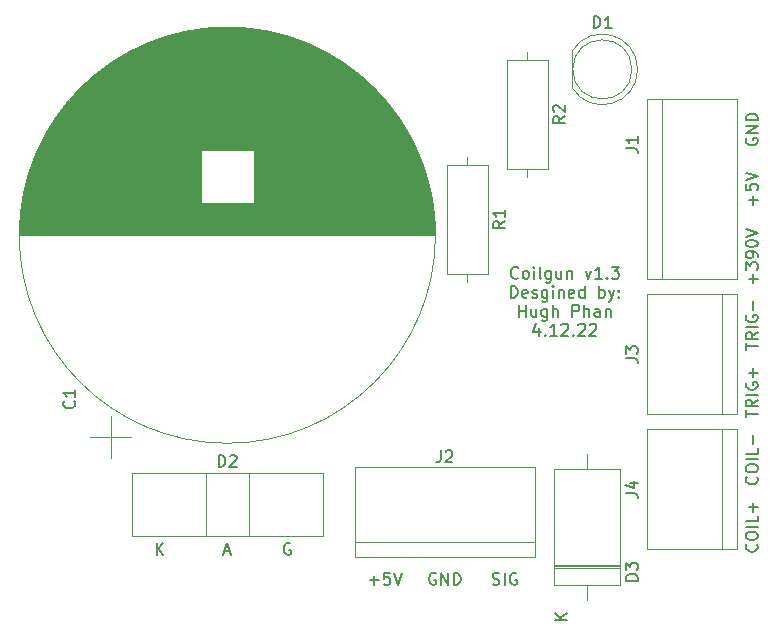
<source format=gto>
%TF.GenerationSoftware,KiCad,Pcbnew,(6.0.9)*%
%TF.CreationDate,2022-12-04T21:38:45+11:00*%
%TF.ProjectId,Coilgun 1.3,436f696c-6775-46e2-9031-2e332e6b6963,1.3*%
%TF.SameCoordinates,Original*%
%TF.FileFunction,Legend,Top*%
%TF.FilePolarity,Positive*%
%FSLAX46Y46*%
G04 Gerber Fmt 4.6, Leading zero omitted, Abs format (unit mm)*
G04 Created by KiCad (PCBNEW (6.0.9)) date 2022-12-04 21:38:45*
%MOMM*%
%LPD*%
G01*
G04 APERTURE LIST*
%ADD10C,0.150000*%
%ADD11C,0.120000*%
G04 APERTURE END LIST*
D10*
X194445000Y-73151904D02*
X194397380Y-73247142D01*
X194397380Y-73390000D01*
X194445000Y-73532857D01*
X194540238Y-73628095D01*
X194635476Y-73675714D01*
X194825952Y-73723333D01*
X194968809Y-73723333D01*
X195159285Y-73675714D01*
X195254523Y-73628095D01*
X195349761Y-73532857D01*
X195397380Y-73390000D01*
X195397380Y-73294761D01*
X195349761Y-73151904D01*
X195302142Y-73104285D01*
X194968809Y-73104285D01*
X194968809Y-73294761D01*
X195397380Y-72675714D02*
X194397380Y-72675714D01*
X195397380Y-72104285D01*
X194397380Y-72104285D01*
X195397380Y-71628095D02*
X194397380Y-71628095D01*
X194397380Y-71390000D01*
X194445000Y-71247142D01*
X194540238Y-71151904D01*
X194635476Y-71104285D01*
X194825952Y-71056666D01*
X194968809Y-71056666D01*
X195159285Y-71104285D01*
X195254523Y-71151904D01*
X195349761Y-71247142D01*
X195397380Y-71390000D01*
X195397380Y-71628095D01*
X195016428Y-78755714D02*
X195016428Y-77993809D01*
X195397380Y-78374761D02*
X194635476Y-78374761D01*
X194397380Y-77041428D02*
X194397380Y-77517619D01*
X194873571Y-77565238D01*
X194825952Y-77517619D01*
X194778333Y-77422380D01*
X194778333Y-77184285D01*
X194825952Y-77089047D01*
X194873571Y-77041428D01*
X194968809Y-76993809D01*
X195206904Y-76993809D01*
X195302142Y-77041428D01*
X195349761Y-77089047D01*
X195397380Y-77184285D01*
X195397380Y-77422380D01*
X195349761Y-77517619D01*
X195302142Y-77565238D01*
X194397380Y-76708095D02*
X195397380Y-76374761D01*
X194397380Y-76041428D01*
X195016428Y-85423095D02*
X195016428Y-84661190D01*
X195397380Y-85042142D02*
X194635476Y-85042142D01*
X194397380Y-84280238D02*
X194397380Y-83661190D01*
X194778333Y-83994523D01*
X194778333Y-83851666D01*
X194825952Y-83756428D01*
X194873571Y-83708809D01*
X194968809Y-83661190D01*
X195206904Y-83661190D01*
X195302142Y-83708809D01*
X195349761Y-83756428D01*
X195397380Y-83851666D01*
X195397380Y-84137380D01*
X195349761Y-84232619D01*
X195302142Y-84280238D01*
X195397380Y-83185000D02*
X195397380Y-82994523D01*
X195349761Y-82899285D01*
X195302142Y-82851666D01*
X195159285Y-82756428D01*
X194968809Y-82708809D01*
X194587857Y-82708809D01*
X194492619Y-82756428D01*
X194445000Y-82804047D01*
X194397380Y-82899285D01*
X194397380Y-83089761D01*
X194445000Y-83185000D01*
X194492619Y-83232619D01*
X194587857Y-83280238D01*
X194825952Y-83280238D01*
X194921190Y-83232619D01*
X194968809Y-83185000D01*
X195016428Y-83089761D01*
X195016428Y-82899285D01*
X194968809Y-82804047D01*
X194921190Y-82756428D01*
X194825952Y-82708809D01*
X194397380Y-82089761D02*
X194397380Y-81994523D01*
X194445000Y-81899285D01*
X194492619Y-81851666D01*
X194587857Y-81804047D01*
X194778333Y-81756428D01*
X195016428Y-81756428D01*
X195206904Y-81804047D01*
X195302142Y-81851666D01*
X195349761Y-81899285D01*
X195397380Y-81994523D01*
X195397380Y-82089761D01*
X195349761Y-82185000D01*
X195302142Y-82232619D01*
X195206904Y-82280238D01*
X195016428Y-82327857D01*
X194778333Y-82327857D01*
X194587857Y-82280238D01*
X194492619Y-82232619D01*
X194445000Y-82185000D01*
X194397380Y-82089761D01*
X194397380Y-81470714D02*
X195397380Y-81137380D01*
X194397380Y-80804047D01*
X194397380Y-91042857D02*
X194397380Y-90471428D01*
X195397380Y-90757142D02*
X194397380Y-90757142D01*
X195397380Y-89566666D02*
X194921190Y-89900000D01*
X195397380Y-90138095D02*
X194397380Y-90138095D01*
X194397380Y-89757142D01*
X194445000Y-89661904D01*
X194492619Y-89614285D01*
X194587857Y-89566666D01*
X194730714Y-89566666D01*
X194825952Y-89614285D01*
X194873571Y-89661904D01*
X194921190Y-89757142D01*
X194921190Y-90138095D01*
X195397380Y-89138095D02*
X194397380Y-89138095D01*
X194445000Y-88138095D02*
X194397380Y-88233333D01*
X194397380Y-88376190D01*
X194445000Y-88519047D01*
X194540238Y-88614285D01*
X194635476Y-88661904D01*
X194825952Y-88709523D01*
X194968809Y-88709523D01*
X195159285Y-88661904D01*
X195254523Y-88614285D01*
X195349761Y-88519047D01*
X195397380Y-88376190D01*
X195397380Y-88280952D01*
X195349761Y-88138095D01*
X195302142Y-88090476D01*
X194968809Y-88090476D01*
X194968809Y-88280952D01*
X195016428Y-87661904D02*
X195016428Y-86900000D01*
X194397380Y-96757857D02*
X194397380Y-96186428D01*
X195397380Y-96472142D02*
X194397380Y-96472142D01*
X195397380Y-95281666D02*
X194921190Y-95615000D01*
X195397380Y-95853095D02*
X194397380Y-95853095D01*
X194397380Y-95472142D01*
X194445000Y-95376904D01*
X194492619Y-95329285D01*
X194587857Y-95281666D01*
X194730714Y-95281666D01*
X194825952Y-95329285D01*
X194873571Y-95376904D01*
X194921190Y-95472142D01*
X194921190Y-95853095D01*
X195397380Y-94853095D02*
X194397380Y-94853095D01*
X194445000Y-93853095D02*
X194397380Y-93948333D01*
X194397380Y-94091190D01*
X194445000Y-94234047D01*
X194540238Y-94329285D01*
X194635476Y-94376904D01*
X194825952Y-94424523D01*
X194968809Y-94424523D01*
X195159285Y-94376904D01*
X195254523Y-94329285D01*
X195349761Y-94234047D01*
X195397380Y-94091190D01*
X195397380Y-93995952D01*
X195349761Y-93853095D01*
X195302142Y-93805476D01*
X194968809Y-93805476D01*
X194968809Y-93995952D01*
X195016428Y-93376904D02*
X195016428Y-92615000D01*
X195397380Y-92995952D02*
X194635476Y-92995952D01*
X195302142Y-101806190D02*
X195349761Y-101853809D01*
X195397380Y-101996666D01*
X195397380Y-102091904D01*
X195349761Y-102234761D01*
X195254523Y-102330000D01*
X195159285Y-102377619D01*
X194968809Y-102425238D01*
X194825952Y-102425238D01*
X194635476Y-102377619D01*
X194540238Y-102330000D01*
X194445000Y-102234761D01*
X194397380Y-102091904D01*
X194397380Y-101996666D01*
X194445000Y-101853809D01*
X194492619Y-101806190D01*
X194397380Y-101187142D02*
X194397380Y-100996666D01*
X194445000Y-100901428D01*
X194540238Y-100806190D01*
X194730714Y-100758571D01*
X195064047Y-100758571D01*
X195254523Y-100806190D01*
X195349761Y-100901428D01*
X195397380Y-100996666D01*
X195397380Y-101187142D01*
X195349761Y-101282380D01*
X195254523Y-101377619D01*
X195064047Y-101425238D01*
X194730714Y-101425238D01*
X194540238Y-101377619D01*
X194445000Y-101282380D01*
X194397380Y-101187142D01*
X195397380Y-100330000D02*
X194397380Y-100330000D01*
X195397380Y-99377619D02*
X195397380Y-99853809D01*
X194397380Y-99853809D01*
X195016428Y-99044285D02*
X195016428Y-98282380D01*
X195302142Y-107521190D02*
X195349761Y-107568809D01*
X195397380Y-107711666D01*
X195397380Y-107806904D01*
X195349761Y-107949761D01*
X195254523Y-108045000D01*
X195159285Y-108092619D01*
X194968809Y-108140238D01*
X194825952Y-108140238D01*
X194635476Y-108092619D01*
X194540238Y-108045000D01*
X194445000Y-107949761D01*
X194397380Y-107806904D01*
X194397380Y-107711666D01*
X194445000Y-107568809D01*
X194492619Y-107521190D01*
X194397380Y-106902142D02*
X194397380Y-106711666D01*
X194445000Y-106616428D01*
X194540238Y-106521190D01*
X194730714Y-106473571D01*
X195064047Y-106473571D01*
X195254523Y-106521190D01*
X195349761Y-106616428D01*
X195397380Y-106711666D01*
X195397380Y-106902142D01*
X195349761Y-106997380D01*
X195254523Y-107092619D01*
X195064047Y-107140238D01*
X194730714Y-107140238D01*
X194540238Y-107092619D01*
X194445000Y-106997380D01*
X194397380Y-106902142D01*
X195397380Y-106045000D02*
X194397380Y-106045000D01*
X195397380Y-105092619D02*
X195397380Y-105568809D01*
X194397380Y-105568809D01*
X195016428Y-104759285D02*
X195016428Y-103997380D01*
X195397380Y-104378333D02*
X194635476Y-104378333D01*
X172966190Y-110894761D02*
X173109047Y-110942380D01*
X173347142Y-110942380D01*
X173442380Y-110894761D01*
X173490000Y-110847142D01*
X173537619Y-110751904D01*
X173537619Y-110656666D01*
X173490000Y-110561428D01*
X173442380Y-110513809D01*
X173347142Y-110466190D01*
X173156666Y-110418571D01*
X173061428Y-110370952D01*
X173013809Y-110323333D01*
X172966190Y-110228095D01*
X172966190Y-110132857D01*
X173013809Y-110037619D01*
X173061428Y-109990000D01*
X173156666Y-109942380D01*
X173394761Y-109942380D01*
X173537619Y-109990000D01*
X173966190Y-110942380D02*
X173966190Y-109942380D01*
X174966190Y-109990000D02*
X174870952Y-109942380D01*
X174728095Y-109942380D01*
X174585238Y-109990000D01*
X174490000Y-110085238D01*
X174442380Y-110180476D01*
X174394761Y-110370952D01*
X174394761Y-110513809D01*
X174442380Y-110704285D01*
X174490000Y-110799523D01*
X174585238Y-110894761D01*
X174728095Y-110942380D01*
X174823333Y-110942380D01*
X174966190Y-110894761D01*
X175013809Y-110847142D01*
X175013809Y-110513809D01*
X174823333Y-110513809D01*
X168148095Y-109990000D02*
X168052857Y-109942380D01*
X167910000Y-109942380D01*
X167767142Y-109990000D01*
X167671904Y-110085238D01*
X167624285Y-110180476D01*
X167576666Y-110370952D01*
X167576666Y-110513809D01*
X167624285Y-110704285D01*
X167671904Y-110799523D01*
X167767142Y-110894761D01*
X167910000Y-110942380D01*
X168005238Y-110942380D01*
X168148095Y-110894761D01*
X168195714Y-110847142D01*
X168195714Y-110513809D01*
X168005238Y-110513809D01*
X168624285Y-110942380D02*
X168624285Y-109942380D01*
X169195714Y-110942380D01*
X169195714Y-109942380D01*
X169671904Y-110942380D02*
X169671904Y-109942380D01*
X169910000Y-109942380D01*
X170052857Y-109990000D01*
X170148095Y-110085238D01*
X170195714Y-110180476D01*
X170243333Y-110370952D01*
X170243333Y-110513809D01*
X170195714Y-110704285D01*
X170148095Y-110799523D01*
X170052857Y-110894761D01*
X169910000Y-110942380D01*
X169671904Y-110942380D01*
X162544285Y-110561428D02*
X163306190Y-110561428D01*
X162925238Y-110942380D02*
X162925238Y-110180476D01*
X164258571Y-109942380D02*
X163782380Y-109942380D01*
X163734761Y-110418571D01*
X163782380Y-110370952D01*
X163877619Y-110323333D01*
X164115714Y-110323333D01*
X164210952Y-110370952D01*
X164258571Y-110418571D01*
X164306190Y-110513809D01*
X164306190Y-110751904D01*
X164258571Y-110847142D01*
X164210952Y-110894761D01*
X164115714Y-110942380D01*
X163877619Y-110942380D01*
X163782380Y-110894761D01*
X163734761Y-110847142D01*
X164591904Y-109942380D02*
X164925238Y-110942380D01*
X165258571Y-109942380D01*
X155836904Y-107450000D02*
X155741666Y-107402380D01*
X155598809Y-107402380D01*
X155455952Y-107450000D01*
X155360714Y-107545238D01*
X155313095Y-107640476D01*
X155265476Y-107830952D01*
X155265476Y-107973809D01*
X155313095Y-108164285D01*
X155360714Y-108259523D01*
X155455952Y-108354761D01*
X155598809Y-108402380D01*
X155694047Y-108402380D01*
X155836904Y-108354761D01*
X155884523Y-108307142D01*
X155884523Y-107973809D01*
X155694047Y-107973809D01*
X150256904Y-108116666D02*
X150733095Y-108116666D01*
X150161666Y-108402380D02*
X150495000Y-107402380D01*
X150828333Y-108402380D01*
X144518095Y-108402380D02*
X144518095Y-107402380D01*
X145089523Y-108402380D02*
X144660952Y-107830952D01*
X145089523Y-107402380D02*
X144518095Y-107973809D01*
X175117619Y-84937142D02*
X175070000Y-84984761D01*
X174927142Y-85032380D01*
X174831904Y-85032380D01*
X174689047Y-84984761D01*
X174593809Y-84889523D01*
X174546190Y-84794285D01*
X174498571Y-84603809D01*
X174498571Y-84460952D01*
X174546190Y-84270476D01*
X174593809Y-84175238D01*
X174689047Y-84080000D01*
X174831904Y-84032380D01*
X174927142Y-84032380D01*
X175070000Y-84080000D01*
X175117619Y-84127619D01*
X175689047Y-85032380D02*
X175593809Y-84984761D01*
X175546190Y-84937142D01*
X175498571Y-84841904D01*
X175498571Y-84556190D01*
X175546190Y-84460952D01*
X175593809Y-84413333D01*
X175689047Y-84365714D01*
X175831904Y-84365714D01*
X175927142Y-84413333D01*
X175974761Y-84460952D01*
X176022380Y-84556190D01*
X176022380Y-84841904D01*
X175974761Y-84937142D01*
X175927142Y-84984761D01*
X175831904Y-85032380D01*
X175689047Y-85032380D01*
X176450952Y-85032380D02*
X176450952Y-84365714D01*
X176450952Y-84032380D02*
X176403333Y-84080000D01*
X176450952Y-84127619D01*
X176498571Y-84080000D01*
X176450952Y-84032380D01*
X176450952Y-84127619D01*
X177070000Y-85032380D02*
X176974761Y-84984761D01*
X176927142Y-84889523D01*
X176927142Y-84032380D01*
X177879523Y-84365714D02*
X177879523Y-85175238D01*
X177831904Y-85270476D01*
X177784285Y-85318095D01*
X177689047Y-85365714D01*
X177546190Y-85365714D01*
X177450952Y-85318095D01*
X177879523Y-84984761D02*
X177784285Y-85032380D01*
X177593809Y-85032380D01*
X177498571Y-84984761D01*
X177450952Y-84937142D01*
X177403333Y-84841904D01*
X177403333Y-84556190D01*
X177450952Y-84460952D01*
X177498571Y-84413333D01*
X177593809Y-84365714D01*
X177784285Y-84365714D01*
X177879523Y-84413333D01*
X178784285Y-84365714D02*
X178784285Y-85032380D01*
X178355714Y-84365714D02*
X178355714Y-84889523D01*
X178403333Y-84984761D01*
X178498571Y-85032380D01*
X178641428Y-85032380D01*
X178736666Y-84984761D01*
X178784285Y-84937142D01*
X179260476Y-84365714D02*
X179260476Y-85032380D01*
X179260476Y-84460952D02*
X179308095Y-84413333D01*
X179403333Y-84365714D01*
X179546190Y-84365714D01*
X179641428Y-84413333D01*
X179689047Y-84508571D01*
X179689047Y-85032380D01*
X180831904Y-84365714D02*
X181070000Y-85032380D01*
X181308095Y-84365714D01*
X182212857Y-85032380D02*
X181641428Y-85032380D01*
X181927142Y-85032380D02*
X181927142Y-84032380D01*
X181831904Y-84175238D01*
X181736666Y-84270476D01*
X181641428Y-84318095D01*
X182641428Y-84937142D02*
X182689047Y-84984761D01*
X182641428Y-85032380D01*
X182593809Y-84984761D01*
X182641428Y-84937142D01*
X182641428Y-85032380D01*
X183022380Y-84032380D02*
X183641428Y-84032380D01*
X183308095Y-84413333D01*
X183450952Y-84413333D01*
X183546190Y-84460952D01*
X183593809Y-84508571D01*
X183641428Y-84603809D01*
X183641428Y-84841904D01*
X183593809Y-84937142D01*
X183546190Y-84984761D01*
X183450952Y-85032380D01*
X183165238Y-85032380D01*
X183070000Y-84984761D01*
X183022380Y-84937142D01*
X174498571Y-86642380D02*
X174498571Y-85642380D01*
X174736666Y-85642380D01*
X174879523Y-85690000D01*
X174974761Y-85785238D01*
X175022380Y-85880476D01*
X175070000Y-86070952D01*
X175070000Y-86213809D01*
X175022380Y-86404285D01*
X174974761Y-86499523D01*
X174879523Y-86594761D01*
X174736666Y-86642380D01*
X174498571Y-86642380D01*
X175879523Y-86594761D02*
X175784285Y-86642380D01*
X175593809Y-86642380D01*
X175498571Y-86594761D01*
X175450952Y-86499523D01*
X175450952Y-86118571D01*
X175498571Y-86023333D01*
X175593809Y-85975714D01*
X175784285Y-85975714D01*
X175879523Y-86023333D01*
X175927142Y-86118571D01*
X175927142Y-86213809D01*
X175450952Y-86309047D01*
X176308095Y-86594761D02*
X176403333Y-86642380D01*
X176593809Y-86642380D01*
X176689047Y-86594761D01*
X176736666Y-86499523D01*
X176736666Y-86451904D01*
X176689047Y-86356666D01*
X176593809Y-86309047D01*
X176450952Y-86309047D01*
X176355714Y-86261428D01*
X176308095Y-86166190D01*
X176308095Y-86118571D01*
X176355714Y-86023333D01*
X176450952Y-85975714D01*
X176593809Y-85975714D01*
X176689047Y-86023333D01*
X177593809Y-85975714D02*
X177593809Y-86785238D01*
X177546190Y-86880476D01*
X177498571Y-86928095D01*
X177403333Y-86975714D01*
X177260476Y-86975714D01*
X177165238Y-86928095D01*
X177593809Y-86594761D02*
X177498571Y-86642380D01*
X177308095Y-86642380D01*
X177212857Y-86594761D01*
X177165238Y-86547142D01*
X177117619Y-86451904D01*
X177117619Y-86166190D01*
X177165238Y-86070952D01*
X177212857Y-86023333D01*
X177308095Y-85975714D01*
X177498571Y-85975714D01*
X177593809Y-86023333D01*
X178070000Y-86642380D02*
X178070000Y-85975714D01*
X178070000Y-85642380D02*
X178022380Y-85690000D01*
X178070000Y-85737619D01*
X178117619Y-85690000D01*
X178070000Y-85642380D01*
X178070000Y-85737619D01*
X178546190Y-85975714D02*
X178546190Y-86642380D01*
X178546190Y-86070952D02*
X178593809Y-86023333D01*
X178689047Y-85975714D01*
X178831904Y-85975714D01*
X178927142Y-86023333D01*
X178974761Y-86118571D01*
X178974761Y-86642380D01*
X179831904Y-86594761D02*
X179736666Y-86642380D01*
X179546190Y-86642380D01*
X179450952Y-86594761D01*
X179403333Y-86499523D01*
X179403333Y-86118571D01*
X179450952Y-86023333D01*
X179546190Y-85975714D01*
X179736666Y-85975714D01*
X179831904Y-86023333D01*
X179879523Y-86118571D01*
X179879523Y-86213809D01*
X179403333Y-86309047D01*
X180736666Y-86642380D02*
X180736666Y-85642380D01*
X180736666Y-86594761D02*
X180641428Y-86642380D01*
X180450952Y-86642380D01*
X180355714Y-86594761D01*
X180308095Y-86547142D01*
X180260476Y-86451904D01*
X180260476Y-86166190D01*
X180308095Y-86070952D01*
X180355714Y-86023333D01*
X180450952Y-85975714D01*
X180641428Y-85975714D01*
X180736666Y-86023333D01*
X181974761Y-86642380D02*
X181974761Y-85642380D01*
X181974761Y-86023333D02*
X182070000Y-85975714D01*
X182260476Y-85975714D01*
X182355714Y-86023333D01*
X182403333Y-86070952D01*
X182450952Y-86166190D01*
X182450952Y-86451904D01*
X182403333Y-86547142D01*
X182355714Y-86594761D01*
X182260476Y-86642380D01*
X182070000Y-86642380D01*
X181974761Y-86594761D01*
X182784285Y-85975714D02*
X183022380Y-86642380D01*
X183260476Y-85975714D02*
X183022380Y-86642380D01*
X182927142Y-86880476D01*
X182879523Y-86928095D01*
X182784285Y-86975714D01*
X183641428Y-86547142D02*
X183689047Y-86594761D01*
X183641428Y-86642380D01*
X183593809Y-86594761D01*
X183641428Y-86547142D01*
X183641428Y-86642380D01*
X183641428Y-86023333D02*
X183689047Y-86070952D01*
X183641428Y-86118571D01*
X183593809Y-86070952D01*
X183641428Y-86023333D01*
X183641428Y-86118571D01*
X175189047Y-88252380D02*
X175189047Y-87252380D01*
X175189047Y-87728571D02*
X175760476Y-87728571D01*
X175760476Y-88252380D02*
X175760476Y-87252380D01*
X176665238Y-87585714D02*
X176665238Y-88252380D01*
X176236666Y-87585714D02*
X176236666Y-88109523D01*
X176284285Y-88204761D01*
X176379523Y-88252380D01*
X176522380Y-88252380D01*
X176617619Y-88204761D01*
X176665238Y-88157142D01*
X177570000Y-87585714D02*
X177570000Y-88395238D01*
X177522380Y-88490476D01*
X177474761Y-88538095D01*
X177379523Y-88585714D01*
X177236666Y-88585714D01*
X177141428Y-88538095D01*
X177570000Y-88204761D02*
X177474761Y-88252380D01*
X177284285Y-88252380D01*
X177189047Y-88204761D01*
X177141428Y-88157142D01*
X177093809Y-88061904D01*
X177093809Y-87776190D01*
X177141428Y-87680952D01*
X177189047Y-87633333D01*
X177284285Y-87585714D01*
X177474761Y-87585714D01*
X177570000Y-87633333D01*
X178046190Y-88252380D02*
X178046190Y-87252380D01*
X178474761Y-88252380D02*
X178474761Y-87728571D01*
X178427142Y-87633333D01*
X178331904Y-87585714D01*
X178189047Y-87585714D01*
X178093809Y-87633333D01*
X178046190Y-87680952D01*
X179712857Y-88252380D02*
X179712857Y-87252380D01*
X180093809Y-87252380D01*
X180189047Y-87300000D01*
X180236666Y-87347619D01*
X180284285Y-87442857D01*
X180284285Y-87585714D01*
X180236666Y-87680952D01*
X180189047Y-87728571D01*
X180093809Y-87776190D01*
X179712857Y-87776190D01*
X180712857Y-88252380D02*
X180712857Y-87252380D01*
X181141428Y-88252380D02*
X181141428Y-87728571D01*
X181093809Y-87633333D01*
X180998571Y-87585714D01*
X180855714Y-87585714D01*
X180760476Y-87633333D01*
X180712857Y-87680952D01*
X182046190Y-88252380D02*
X182046190Y-87728571D01*
X181998571Y-87633333D01*
X181903333Y-87585714D01*
X181712857Y-87585714D01*
X181617619Y-87633333D01*
X182046190Y-88204761D02*
X181950952Y-88252380D01*
X181712857Y-88252380D01*
X181617619Y-88204761D01*
X181570000Y-88109523D01*
X181570000Y-88014285D01*
X181617619Y-87919047D01*
X181712857Y-87871428D01*
X181950952Y-87871428D01*
X182046190Y-87823809D01*
X182522380Y-87585714D02*
X182522380Y-88252380D01*
X182522380Y-87680952D02*
X182570000Y-87633333D01*
X182665238Y-87585714D01*
X182808095Y-87585714D01*
X182903333Y-87633333D01*
X182950952Y-87728571D01*
X182950952Y-88252380D01*
X176879523Y-89195714D02*
X176879523Y-89862380D01*
X176641428Y-88814761D02*
X176403333Y-89529047D01*
X177022380Y-89529047D01*
X177403333Y-89767142D02*
X177450952Y-89814761D01*
X177403333Y-89862380D01*
X177355714Y-89814761D01*
X177403333Y-89767142D01*
X177403333Y-89862380D01*
X178403333Y-89862380D02*
X177831904Y-89862380D01*
X178117619Y-89862380D02*
X178117619Y-88862380D01*
X178022380Y-89005238D01*
X177927142Y-89100476D01*
X177831904Y-89148095D01*
X178784285Y-88957619D02*
X178831904Y-88910000D01*
X178927142Y-88862380D01*
X179165238Y-88862380D01*
X179260476Y-88910000D01*
X179308095Y-88957619D01*
X179355714Y-89052857D01*
X179355714Y-89148095D01*
X179308095Y-89290952D01*
X178736666Y-89862380D01*
X179355714Y-89862380D01*
X179784285Y-89767142D02*
X179831904Y-89814761D01*
X179784285Y-89862380D01*
X179736666Y-89814761D01*
X179784285Y-89767142D01*
X179784285Y-89862380D01*
X180212857Y-88957619D02*
X180260476Y-88910000D01*
X180355714Y-88862380D01*
X180593809Y-88862380D01*
X180689047Y-88910000D01*
X180736666Y-88957619D01*
X180784285Y-89052857D01*
X180784285Y-89148095D01*
X180736666Y-89290952D01*
X180165238Y-89862380D01*
X180784285Y-89862380D01*
X181165238Y-88957619D02*
X181212857Y-88910000D01*
X181308095Y-88862380D01*
X181546190Y-88862380D01*
X181641428Y-88910000D01*
X181689047Y-88957619D01*
X181736666Y-89052857D01*
X181736666Y-89148095D01*
X181689047Y-89290952D01*
X181117619Y-89862380D01*
X181736666Y-89862380D01*
%TO.C,D3*%
X185237380Y-110593095D02*
X184237380Y-110593095D01*
X184237380Y-110355000D01*
X184285000Y-110212142D01*
X184380238Y-110116904D01*
X184475476Y-110069285D01*
X184665952Y-110021666D01*
X184808809Y-110021666D01*
X184999285Y-110069285D01*
X185094523Y-110116904D01*
X185189761Y-110212142D01*
X185237380Y-110355000D01*
X185237380Y-110593095D01*
X184237380Y-109688333D02*
X184237380Y-109069285D01*
X184618333Y-109402619D01*
X184618333Y-109259761D01*
X184665952Y-109164523D01*
X184713571Y-109116904D01*
X184808809Y-109069285D01*
X185046904Y-109069285D01*
X185142142Y-109116904D01*
X185189761Y-109164523D01*
X185237380Y-109259761D01*
X185237380Y-109545476D01*
X185189761Y-109640714D01*
X185142142Y-109688333D01*
X179227380Y-113926904D02*
X178227380Y-113926904D01*
X179227380Y-113355476D02*
X178655952Y-113784047D01*
X178227380Y-113355476D02*
X178798809Y-113926904D01*
%TO.C,R1*%
X173987380Y-80176666D02*
X173511190Y-80510000D01*
X173987380Y-80748095D02*
X172987380Y-80748095D01*
X172987380Y-80367142D01*
X173035000Y-80271904D01*
X173082619Y-80224285D01*
X173177857Y-80176666D01*
X173320714Y-80176666D01*
X173415952Y-80224285D01*
X173463571Y-80271904D01*
X173511190Y-80367142D01*
X173511190Y-80748095D01*
X173987380Y-79224285D02*
X173987380Y-79795714D01*
X173987380Y-79510000D02*
X172987380Y-79510000D01*
X173130238Y-79605238D01*
X173225476Y-79700476D01*
X173273095Y-79795714D01*
%TO.C,D1*%
X181506904Y-63802380D02*
X181506904Y-62802380D01*
X181745000Y-62802380D01*
X181887857Y-62850000D01*
X181983095Y-62945238D01*
X182030714Y-63040476D01*
X182078333Y-63230952D01*
X182078333Y-63373809D01*
X182030714Y-63564285D01*
X181983095Y-63659523D01*
X181887857Y-63754761D01*
X181745000Y-63802380D01*
X181506904Y-63802380D01*
X183030714Y-63802380D02*
X182459285Y-63802380D01*
X182745000Y-63802380D02*
X182745000Y-62802380D01*
X182649761Y-62945238D01*
X182554523Y-63040476D01*
X182459285Y-63088095D01*
%TO.C,J1*%
X184237380Y-73993333D02*
X184951666Y-73993333D01*
X185094523Y-74040952D01*
X185189761Y-74136190D01*
X185237380Y-74279047D01*
X185237380Y-74374285D01*
X185237380Y-72993333D02*
X185237380Y-73564761D01*
X185237380Y-73279047D02*
X184237380Y-73279047D01*
X184380238Y-73374285D01*
X184475476Y-73469523D01*
X184523095Y-73564761D01*
%TO.C,R2*%
X179067380Y-71286666D02*
X178591190Y-71620000D01*
X179067380Y-71858095D02*
X178067380Y-71858095D01*
X178067380Y-71477142D01*
X178115000Y-71381904D01*
X178162619Y-71334285D01*
X178257857Y-71286666D01*
X178400714Y-71286666D01*
X178495952Y-71334285D01*
X178543571Y-71381904D01*
X178591190Y-71477142D01*
X178591190Y-71858095D01*
X178162619Y-70905714D02*
X178115000Y-70858095D01*
X178067380Y-70762857D01*
X178067380Y-70524761D01*
X178115000Y-70429523D01*
X178162619Y-70381904D01*
X178257857Y-70334285D01*
X178353095Y-70334285D01*
X178495952Y-70381904D01*
X179067380Y-70953333D01*
X179067380Y-70334285D01*
%TO.C,J3*%
X184237380Y-91773333D02*
X184951666Y-91773333D01*
X185094523Y-91820952D01*
X185189761Y-91916190D01*
X185237380Y-92059047D01*
X185237380Y-92154285D01*
X184237380Y-91392380D02*
X184237380Y-90773333D01*
X184618333Y-91106666D01*
X184618333Y-90963809D01*
X184665952Y-90868571D01*
X184713571Y-90820952D01*
X184808809Y-90773333D01*
X185046904Y-90773333D01*
X185142142Y-90820952D01*
X185189761Y-90868571D01*
X185237380Y-90963809D01*
X185237380Y-91249523D01*
X185189761Y-91344761D01*
X185142142Y-91392380D01*
%TO.C,J4*%
X184237380Y-103203333D02*
X184951666Y-103203333D01*
X185094523Y-103250952D01*
X185189761Y-103346190D01*
X185237380Y-103489047D01*
X185237380Y-103584285D01*
X184570714Y-102298571D02*
X185237380Y-102298571D01*
X184189761Y-102536666D02*
X184904047Y-102774761D01*
X184904047Y-102155714D01*
%TO.C,C1*%
X137517142Y-95402165D02*
X137564761Y-95449784D01*
X137612380Y-95592641D01*
X137612380Y-95687879D01*
X137564761Y-95830737D01*
X137469523Y-95925975D01*
X137374285Y-95973594D01*
X137183809Y-96021213D01*
X137040952Y-96021213D01*
X136850476Y-95973594D01*
X136755238Y-95925975D01*
X136660000Y-95830737D01*
X136612380Y-95687879D01*
X136612380Y-95592641D01*
X136660000Y-95449784D01*
X136707619Y-95402165D01*
X137612380Y-94449784D02*
X137612380Y-95021213D01*
X137612380Y-94735499D02*
X136612380Y-94735499D01*
X136755238Y-94830737D01*
X136850476Y-94925975D01*
X136898095Y-95021213D01*
%TO.C,D2*%
X149756904Y-100962380D02*
X149756904Y-99962380D01*
X149995000Y-99962380D01*
X150137857Y-100010000D01*
X150233095Y-100105238D01*
X150280714Y-100200476D01*
X150328333Y-100390952D01*
X150328333Y-100533809D01*
X150280714Y-100724285D01*
X150233095Y-100819523D01*
X150137857Y-100914761D01*
X149995000Y-100962380D01*
X149756904Y-100962380D01*
X150709285Y-100057619D02*
X150756904Y-100010000D01*
X150852142Y-99962380D01*
X151090238Y-99962380D01*
X151185476Y-100010000D01*
X151233095Y-100057619D01*
X151280714Y-100152857D01*
X151280714Y-100248095D01*
X151233095Y-100390952D01*
X150661666Y-100962380D01*
X151280714Y-100962380D01*
%TO.C,J2*%
X168546666Y-99577380D02*
X168546666Y-100291666D01*
X168499047Y-100434523D01*
X168403809Y-100529761D01*
X168260952Y-100577380D01*
X168165714Y-100577380D01*
X168975238Y-99672619D02*
X169022857Y-99625000D01*
X169118095Y-99577380D01*
X169356190Y-99577380D01*
X169451428Y-99625000D01*
X169499047Y-99672619D01*
X169546666Y-99767857D01*
X169546666Y-99863095D01*
X169499047Y-100005952D01*
X168927619Y-100577380D01*
X169546666Y-100577380D01*
D11*
%TO.C,D3*%
X180975000Y-112225000D02*
X180975000Y-110925000D01*
X178190000Y-101165000D02*
X178190000Y-110925000D01*
X178190000Y-109257000D02*
X183760000Y-109257000D01*
X180975000Y-99865000D02*
X180975000Y-101165000D01*
X183760000Y-101165000D02*
X178190000Y-101165000D01*
X178190000Y-109497000D02*
X183760000Y-109497000D01*
X183760000Y-110925000D02*
X183760000Y-101165000D01*
X178190000Y-110925000D02*
X183760000Y-110925000D01*
X178190000Y-109377000D02*
X183760000Y-109377000D01*
%TO.C,R1*%
X170815000Y-74700000D02*
X170815000Y-75390000D01*
X172535000Y-84630000D02*
X172535000Y-75390000D01*
X169095000Y-75390000D02*
X169095000Y-84630000D01*
X172535000Y-75390000D02*
X169095000Y-75390000D01*
X170815000Y-85320000D02*
X170815000Y-84630000D01*
X169095000Y-84630000D02*
X172535000Y-84630000D01*
%TO.C,D1*%
X179685000Y-65765000D02*
X179685000Y-68855000D01*
X179685000Y-68854830D02*
G75*
G03*
X185235000Y-67309538I2560000J1544830D01*
G01*
X185235000Y-67310462D02*
G75*
G03*
X179685000Y-65765170I-2990000J462D01*
G01*
X184745000Y-67310000D02*
G75*
G03*
X184745000Y-67310000I-2500000J0D01*
G01*
%TO.C,J1*%
X186055000Y-85090000D02*
X193675000Y-85090000D01*
X186055000Y-69850000D02*
X193675000Y-69850000D01*
X186055000Y-69850000D02*
X186055000Y-85090000D01*
X187325000Y-69850000D02*
X187325000Y-85090000D01*
X193675000Y-69850000D02*
X193675000Y-85090000D01*
%TO.C,R2*%
X175895000Y-76430000D02*
X175895000Y-75740000D01*
X175895000Y-65810000D02*
X175895000Y-66500000D01*
X177615000Y-66500000D02*
X174175000Y-66500000D01*
X174175000Y-66500000D02*
X174175000Y-75740000D01*
X177615000Y-75740000D02*
X177615000Y-66500000D01*
X174175000Y-75740000D02*
X177615000Y-75740000D01*
%TO.C,J3*%
X186055000Y-86360000D02*
X186055000Y-96520000D01*
X193675000Y-86360000D02*
X186055000Y-86360000D01*
X192405000Y-86360000D02*
X192405000Y-96520000D01*
X193675000Y-96520000D02*
X193675000Y-86360000D01*
X186055000Y-96520000D02*
X193675000Y-96520000D01*
%TO.C,J4*%
X193675000Y-97790000D02*
X186055000Y-97790000D01*
X193675000Y-107950000D02*
X193675000Y-97790000D01*
X192405000Y-97790000D02*
X192405000Y-107950000D01*
X186055000Y-97790000D02*
X186055000Y-107950000D01*
X186055000Y-107950000D02*
X193675000Y-107950000D01*
%TO.C,C1*%
X132980000Y-79824499D02*
X168010000Y-79824499D01*
X134280000Y-74544499D02*
X148255000Y-74544499D01*
X152735000Y-76664499D02*
X167443000Y-76664499D01*
X137133000Y-69905499D02*
X163857000Y-69905499D01*
X133320000Y-77584499D02*
X148255000Y-77584499D01*
X134165000Y-74824499D02*
X148255000Y-74824499D01*
X152735000Y-75264499D02*
X166993000Y-75264499D01*
X133338000Y-77504499D02*
X148255000Y-77504499D01*
X152735000Y-74544499D02*
X166710000Y-74544499D01*
X136167000Y-71145499D02*
X164823000Y-71145499D01*
X133107000Y-78744499D02*
X167883000Y-78744499D01*
X134755000Y-73504499D02*
X166235000Y-73504499D01*
X142655000Y-65585499D02*
X158335000Y-65585499D01*
X136253000Y-71025499D02*
X164737000Y-71025499D01*
X152735000Y-77624499D02*
X167678000Y-77624499D01*
X135708000Y-71825499D02*
X165282000Y-71825499D01*
X135224000Y-72625499D02*
X165766000Y-72625499D01*
X135891000Y-71545499D02*
X165099000Y-71545499D01*
X137485000Y-69505499D02*
X163505000Y-69505499D01*
X132945000Y-80304499D02*
X168045000Y-80304499D01*
X133842000Y-75704499D02*
X148255000Y-75704499D01*
X135838000Y-71625499D02*
X165152000Y-71625499D01*
X152735000Y-78424499D02*
X167832000Y-78424499D01*
X133828000Y-75744499D02*
X148255000Y-75744499D01*
X134246000Y-74624499D02*
X148255000Y-74624499D01*
X133788000Y-75864499D02*
X148255000Y-75864499D01*
X135111000Y-72825499D02*
X165879000Y-72825499D01*
X133024000Y-79384499D02*
X167966000Y-79384499D01*
X152735000Y-77904499D02*
X167736000Y-77904499D01*
X134581000Y-73864499D02*
X166409000Y-73864499D01*
X133172000Y-78344499D02*
X148255000Y-78344499D01*
X139479000Y-67625499D02*
X161511000Y-67625499D01*
X135759000Y-71745499D02*
X165231000Y-71745499D01*
X136400000Y-70825499D02*
X164590000Y-70825499D01*
X133007000Y-79544499D02*
X167983000Y-79544499D01*
X136490000Y-70705499D02*
X164500000Y-70705499D01*
X133536000Y-76704499D02*
X148255000Y-76704499D01*
X137237000Y-69785499D02*
X163753000Y-69785499D01*
X132922000Y-80825499D02*
X168068000Y-80825499D01*
X133084000Y-78904499D02*
X167906000Y-78904499D01*
X137938000Y-69025499D02*
X163052000Y-69025499D01*
X132955000Y-80144499D02*
X168035000Y-80144499D01*
X140790000Y-66665499D02*
X160200000Y-66665499D01*
X144627000Y-64745499D02*
X156363000Y-64745499D01*
X134134000Y-74904499D02*
X148255000Y-74904499D01*
X152735000Y-76224499D02*
X167315000Y-76224499D01*
X133473000Y-76944499D02*
X148255000Y-76944499D01*
X133347000Y-77464499D02*
X148255000Y-77464499D01*
X137065000Y-69985499D02*
X163925000Y-69985499D01*
X152735000Y-74784499D02*
X166809000Y-74784499D01*
X139188000Y-67865499D02*
X161802000Y-67865499D01*
X135269000Y-72545499D02*
X165721000Y-72545499D01*
X133869000Y-75624499D02*
X148255000Y-75624499D01*
X134544000Y-73944499D02*
X166446000Y-73944499D01*
X136000000Y-71385499D02*
X164990000Y-71385499D01*
X133724000Y-76064499D02*
X148255000Y-76064499D01*
X136612000Y-70545499D02*
X164378000Y-70545499D01*
X134676000Y-73664499D02*
X166314000Y-73664499D01*
X138511000Y-68465499D02*
X162479000Y-68465499D01*
X134435000Y-74184499D02*
X148255000Y-74184499D01*
X134471000Y-74104499D02*
X166519000Y-74104499D01*
X133452000Y-77024499D02*
X148255000Y-77024499D01*
X152735000Y-78384499D02*
X167825000Y-78384499D01*
X143795000Y-65065499D02*
X157195000Y-65065499D01*
X139000000Y-68025499D02*
X161990000Y-68025499D01*
X135631000Y-71945499D02*
X165359000Y-71945499D01*
X133028000Y-79344499D02*
X167962000Y-79344499D01*
X133073000Y-78984499D02*
X167917000Y-78984499D01*
X132916000Y-81145499D02*
X168074000Y-81145499D01*
X141035000Y-66505499D02*
X159955000Y-66505499D01*
X147090000Y-64065499D02*
X153900000Y-64065499D01*
X152735000Y-74664499D02*
X166760000Y-74664499D01*
X134382000Y-74304499D02*
X148255000Y-74304499D01*
X138218000Y-68745499D02*
X162772000Y-68745499D01*
X152735000Y-78184499D02*
X167790000Y-78184499D01*
X142192000Y-65825499D02*
X158798000Y-65825499D01*
X152735000Y-78144499D02*
X167782000Y-78144499D01*
X132915000Y-81265499D02*
X168075000Y-81265499D01*
X139140000Y-67905499D02*
X161850000Y-67905499D01*
X133384000Y-77304499D02*
X148255000Y-77304499D01*
X152735000Y-77544499D02*
X167661000Y-77544499D01*
X134835000Y-73344499D02*
X166155000Y-73344499D01*
X133090000Y-78864499D02*
X167900000Y-78864499D01*
X133033000Y-79304499D02*
X167957000Y-79304499D01*
X132977000Y-79864499D02*
X168013000Y-79864499D01*
X137783000Y-69185499D02*
X163207000Y-69185499D01*
X136706000Y-70425499D02*
X164284000Y-70425499D01*
X139429000Y-67665499D02*
X161561000Y-67665499D01*
X139680000Y-67465499D02*
X161310000Y-67465499D01*
X133038000Y-79264499D02*
X167952000Y-79264499D01*
X141225000Y-66385499D02*
X159765000Y-66385499D01*
X142045000Y-65905499D02*
X158945000Y-65905499D01*
X141973000Y-65945499D02*
X159017000Y-65945499D01*
X136370000Y-70865499D02*
X164620000Y-70865499D01*
X152735000Y-76304499D02*
X167339000Y-76304499D01*
X133581000Y-76544499D02*
X148255000Y-76544499D01*
X135733000Y-71785499D02*
X165257000Y-71785499D01*
X152735000Y-77024499D02*
X167538000Y-77024499D01*
X135507000Y-72145499D02*
X165483000Y-72145499D01*
X152735000Y-76144499D02*
X167291000Y-76144499D01*
X143991000Y-64985499D02*
X156999000Y-64985499D01*
X132939000Y-80424499D02*
X168051000Y-80424499D01*
X133687000Y-76184499D02*
X148255000Y-76184499D01*
X134795000Y-73424499D02*
X166195000Y-73424499D01*
X134197000Y-74744499D02*
X148255000Y-74744499D01*
X146895000Y-64105499D02*
X154095000Y-64105499D01*
X139529000Y-67585499D02*
X161461000Y-67585499D01*
X152735000Y-77744499D02*
X167704000Y-77744499D01*
X133329000Y-77544499D02*
X148255000Y-77544499D01*
X152735000Y-77224499D02*
X167587000Y-77224499D01*
X133604000Y-76464499D02*
X148255000Y-76464499D01*
X152735000Y-77304499D02*
X167606000Y-77304499D01*
X136834000Y-70265499D02*
X164156000Y-70265499D01*
X133068000Y-79024499D02*
X167922000Y-79024499D01*
X137272000Y-69745499D02*
X163718000Y-69745499D01*
X137168000Y-69865499D02*
X163822000Y-69865499D01*
X144300000Y-64865499D02*
X156690000Y-64865499D01*
X136196000Y-71105499D02*
X164794000Y-71105499D01*
X138641000Y-68345499D02*
X162349000Y-68345499D01*
X152735000Y-77584499D02*
X167670000Y-77584499D01*
X133063000Y-79064499D02*
X167927000Y-79064499D01*
X152735000Y-74264499D02*
X166590000Y-74264499D01*
X152735000Y-77144499D02*
X167568000Y-77144499D01*
X133365000Y-77384499D02*
X148255000Y-77384499D01*
X133883000Y-75584499D02*
X148255000Y-75584499D01*
X133442000Y-77064499D02*
X148255000Y-77064499D01*
X138136000Y-68825499D02*
X162854000Y-68825499D01*
X136644000Y-70505499D02*
X164346000Y-70505499D01*
X145097000Y-64585499D02*
X155893000Y-64585499D01*
X138468000Y-68505499D02*
X162522000Y-68505499D01*
X135972000Y-71425499D02*
X165018000Y-71425499D01*
X135363000Y-72385499D02*
X165627000Y-72385499D01*
X137670000Y-69305499D02*
X163320000Y-69305499D01*
X152735000Y-75704499D02*
X167148000Y-75704499D01*
X145757000Y-64385499D02*
X155233000Y-64385499D01*
X133151000Y-78464499D02*
X148255000Y-78464499D01*
X152735000Y-78304499D02*
X167811000Y-78304499D01*
X133592000Y-76504499D02*
X148255000Y-76504499D01*
X134118000Y-74944499D02*
X148255000Y-74944499D01*
X136932000Y-70145499D02*
X164058000Y-70145499D01*
X139784000Y-67385499D02*
X161206000Y-67385499D01*
X132953000Y-80184499D02*
X168037000Y-80184499D01*
X135682000Y-71865499D02*
X165308000Y-71865499D01*
X136027000Y-71345499D02*
X164963000Y-71345499D01*
X152735000Y-76264499D02*
X167327000Y-76264499D01*
X152735000Y-75424499D02*
X167051000Y-75424499D01*
X152735000Y-76064499D02*
X167266000Y-76064499D01*
X135532000Y-72105499D02*
X165458000Y-72105499D01*
X133526000Y-76744499D02*
X148255000Y-76744499D01*
X152735000Y-74944499D02*
X166872000Y-74944499D01*
X152735000Y-75824499D02*
X167189000Y-75824499D01*
X152735000Y-76784499D02*
X167475000Y-76784499D01*
X134876000Y-73264499D02*
X166114000Y-73264499D01*
X138096000Y-68865499D02*
X162894000Y-68865499D01*
X147759000Y-63945499D02*
X153231000Y-63945499D01*
X133775000Y-75904499D02*
X148255000Y-75904499D01*
X145902000Y-64345499D02*
X155088000Y-64345499D01*
X133494000Y-76864499D02*
X148255000Y-76864499D01*
X134735000Y-73544499D02*
X166255000Y-73544499D01*
X139332000Y-67745499D02*
X161658000Y-67745499D01*
X137202000Y-69825499D02*
X163788000Y-69825499D01*
X135386000Y-72345499D02*
X165604000Y-72345499D01*
X152735000Y-76584499D02*
X167420000Y-76584499D01*
X132917000Y-81065499D02*
X168073000Y-81065499D01*
X137342000Y-69665499D02*
X163648000Y-69665499D01*
X139046000Y-67985499D02*
X161944000Y-67985499D01*
X140268000Y-67025499D02*
X160722000Y-67025499D01*
X133193000Y-78224499D02*
X148255000Y-78224499D01*
X134417000Y-74224499D02*
X148255000Y-74224499D01*
X135024000Y-72985499D02*
X165966000Y-72985499D01*
X152735000Y-77944499D02*
X167744000Y-77944499D01*
X146206000Y-64265499D02*
X154784000Y-64265499D01*
X152735000Y-76944499D02*
X167517000Y-76944499D01*
X135339000Y-72425499D02*
X165651000Y-72425499D01*
X132928000Y-80665499D02*
X168062000Y-80665499D01*
X133547000Y-76664499D02*
X148255000Y-76664499D01*
X135246000Y-72585499D02*
X165744000Y-72585499D01*
X152735000Y-75464499D02*
X167065000Y-75464499D01*
X133043000Y-79224499D02*
X167947000Y-79224499D01*
X135483000Y-72185499D02*
X165507000Y-72185499D01*
X152735000Y-77984499D02*
X167752000Y-77984499D01*
X133627000Y-76384499D02*
X148255000Y-76384499D01*
X133186000Y-78264499D02*
X148255000Y-78264499D01*
X132929000Y-80624499D02*
X168061000Y-80624499D01*
X133504000Y-76824499D02*
X148255000Y-76824499D01*
X133855000Y-75664499D02*
X148255000Y-75664499D01*
X138177000Y-68785499D02*
X162813000Y-68785499D01*
X133356000Y-77424499D02*
X148255000Y-77424499D01*
X148318000Y-63865499D02*
X152672000Y-63865499D01*
X152735000Y-77784499D02*
X167712000Y-77784499D01*
X152735000Y-74984499D02*
X166888000Y-74984499D01*
X136675000Y-70465499D02*
X164315000Y-70465499D01*
X135046000Y-72945499D02*
X165944000Y-72945499D01*
X133615000Y-76424499D02*
X148255000Y-76424499D01*
X133047000Y-79184499D02*
X167943000Y-79184499D01*
X139235000Y-67825499D02*
X161755000Y-67825499D01*
X133737000Y-76024499D02*
X148255000Y-76024499D01*
X133286000Y-77744499D02*
X148255000Y-77744499D01*
X136520000Y-70665499D02*
X164470000Y-70665499D01*
X133208000Y-78144499D02*
X148255000Y-78144499D01*
X132933000Y-80544499D02*
X168057000Y-80544499D01*
X132973000Y-79904499D02*
X168017000Y-79904499D01*
X132926000Y-80705499D02*
X168064000Y-80705499D01*
X141098000Y-66465499D02*
X159892000Y-66465499D01*
X132964000Y-80024499D02*
X168026000Y-80024499D01*
X134296000Y-74504499D02*
X148255000Y-74504499D01*
X135178000Y-72705499D02*
X165812000Y-72705499D01*
X152735000Y-76024499D02*
X167253000Y-76024499D01*
X133254000Y-77904499D02*
X148255000Y-77904499D01*
X143330000Y-65265499D02*
X157660000Y-65265499D01*
X140437000Y-66905499D02*
X160553000Y-66905499D01*
X144740000Y-64705499D02*
X156250000Y-64705499D01*
X152735000Y-76344499D02*
X167351000Y-76344499D01*
X133570000Y-76584499D02*
X148255000Y-76584499D01*
X135581000Y-72025499D02*
X165409000Y-72025499D01*
X135156000Y-72745499D02*
X165834000Y-72745499D01*
X152735000Y-75784499D02*
X167175000Y-75784499D01*
X152735000Y-74224499D02*
X166573000Y-74224499D01*
X133968000Y-75344499D02*
X148255000Y-75344499D01*
X136899000Y-70185499D02*
X164091000Y-70185499D01*
X140103000Y-67145499D02*
X160887000Y-67145499D01*
X133200000Y-78184499D02*
X148255000Y-78184499D01*
X135134000Y-72785499D02*
X165856000Y-72785499D01*
X133238000Y-77984499D02*
X148255000Y-77984499D01*
X152735000Y-74584499D02*
X166727000Y-74584499D01*
X152735000Y-78024499D02*
X167760000Y-78024499D01*
X152735000Y-76184499D02*
X167303000Y-76184499D01*
X141421000Y-66265499D02*
X159569000Y-66265499D01*
X143512000Y-65185499D02*
X157478000Y-65185499D01*
X152735000Y-75504499D02*
X167080000Y-75504499D01*
X134263000Y-74584499D02*
X148255000Y-74584499D01*
X137745000Y-69225499D02*
X163245000Y-69225499D01*
X138384000Y-68585499D02*
X162606000Y-68585499D01*
X134181000Y-74784499D02*
X148255000Y-74784499D01*
X137821000Y-69145499D02*
X163169000Y-69145499D01*
X139888000Y-67305499D02*
X161102000Y-67305499D01*
X142267000Y-65785499D02*
X158723000Y-65785499D01*
X134918000Y-73184499D02*
X166072000Y-73184499D01*
X134347000Y-74384499D02*
X148255000Y-74384499D01*
X134897000Y-73224499D02*
X166093000Y-73224499D01*
X133312000Y-77624499D02*
X148255000Y-77624499D01*
X152735000Y-74904499D02*
X166856000Y-74904499D01*
X152735000Y-77104499D02*
X167558000Y-77104499D01*
X152735000Y-78464499D02*
X167839000Y-78464499D01*
X133295000Y-77704499D02*
X148255000Y-77704499D01*
X133997000Y-75264499D02*
X148255000Y-75264499D01*
X152735000Y-76864499D02*
X167496000Y-76864499D01*
X136311000Y-70945499D02*
X164679000Y-70945499D01*
X134214000Y-74704499D02*
X148255000Y-74704499D01*
X140730000Y-66705499D02*
X160260000Y-66705499D01*
X133925000Y-75464499D02*
X148255000Y-75464499D01*
X135458000Y-72225499D02*
X165532000Y-72225499D01*
X152735000Y-77064499D02*
X167548000Y-77064499D01*
X136111000Y-71225499D02*
X164879000Y-71225499D01*
X132919000Y-80945499D02*
X168071000Y-80945499D01*
X135089000Y-72865499D02*
X165901000Y-72865499D01*
X134230000Y-74664499D02*
X148255000Y-74664499D01*
X152735000Y-76504499D02*
X167398000Y-76504499D01*
X152735000Y-78104499D02*
X167775000Y-78104499D01*
X138597000Y-68385499D02*
X162393000Y-68385499D01*
X133057000Y-79104499D02*
X167933000Y-79104499D01*
X152735000Y-77184499D02*
X167577000Y-77184499D01*
X152735000Y-74304499D02*
X166608000Y-74304499D01*
X143154000Y-65345499D02*
X157836000Y-65345499D01*
X141555000Y-66185499D02*
X159435000Y-66185499D01*
X137522000Y-69465499D02*
X163468000Y-69465499D01*
X142983000Y-65425499D02*
X158007000Y-65425499D01*
X141161000Y-66425499D02*
X159829000Y-66425499D01*
X152735000Y-78584499D02*
X167858000Y-78584499D01*
X152735000Y-75144499D02*
X166949000Y-75144499D01*
X140553000Y-66825499D02*
X160437000Y-66825499D01*
X144856000Y-64665499D02*
X156134000Y-64665499D01*
X133165000Y-78384499D02*
X148255000Y-78384499D01*
X133663000Y-76264499D02*
X148255000Y-76264499D01*
X148660000Y-63825499D02*
X152330000Y-63825499D01*
X135201000Y-72665499D02*
X165789000Y-72665499D01*
X137032000Y-70025499D02*
X163958000Y-70025499D01*
X138954000Y-68065499D02*
X162036000Y-68065499D01*
X132925000Y-80745499D02*
X168065000Y-80745499D01*
X152735000Y-75584499D02*
X167107000Y-75584499D01*
X141487000Y-66225499D02*
X159503000Y-66225499D01*
X136340000Y-70905499D02*
X164650000Y-70905499D01*
X143068000Y-65385499D02*
X157922000Y-65385499D01*
X140611000Y-66785499D02*
X160379000Y-66785499D01*
X141355000Y-66305499D02*
X159635000Y-66305499D01*
X134313000Y-74464499D02*
X148255000Y-74464499D01*
X136738000Y-70385499D02*
X164252000Y-70385499D01*
X152735000Y-75224499D02*
X166979000Y-75224499D01*
X140620000Y-100199501D02*
X140620000Y-96699501D01*
X140495000Y-66865499D02*
X160495000Y-66865499D01*
X137558000Y-69425499D02*
X163432000Y-69425499D01*
X138300000Y-68665499D02*
X162690000Y-68665499D01*
X145350000Y-64505499D02*
X155640000Y-64505499D01*
X146535000Y-64185499D02*
X154455000Y-64185499D01*
X137449000Y-69545499D02*
X163541000Y-69545499D01*
X137413000Y-69585499D02*
X163577000Y-69585499D01*
X132943000Y-80344499D02*
X168047000Y-80344499D01*
X133375000Y-77344499D02*
X148255000Y-77344499D01*
X134489000Y-74064499D02*
X166501000Y-74064499D01*
X132936000Y-80464499D02*
X168054000Y-80464499D01*
X146051000Y-64305499D02*
X154939000Y-64305499D01*
X132970000Y-79944499D02*
X168020000Y-79944499D01*
X138342000Y-68625499D02*
X162648000Y-68625499D01*
X133801000Y-75824499D02*
X148255000Y-75824499D01*
X133003000Y-79584499D02*
X167987000Y-79584499D01*
X152735000Y-74144499D02*
X166537000Y-74144499D01*
X152735000Y-77864499D02*
X167728000Y-77864499D01*
X138426000Y-68545499D02*
X162564000Y-68545499D01*
X136083000Y-71265499D02*
X164907000Y-71265499D01*
X133815000Y-75784499D02*
X148255000Y-75784499D01*
X135556000Y-72065499D02*
X165434000Y-72065499D01*
X152735000Y-78544499D02*
X167852000Y-78544499D01*
X134856000Y-73304499D02*
X166134000Y-73304499D01*
X141290000Y-66345499D02*
X159700000Y-66345499D01*
X133230000Y-78024499D02*
X148255000Y-78024499D01*
X134011000Y-75224499D02*
X148255000Y-75224499D01*
X152735000Y-75024499D02*
X166903000Y-75024499D01*
X144406000Y-64825499D02*
X156584000Y-64825499D01*
X137307000Y-69705499D02*
X163683000Y-69705499D01*
X144515000Y-64785499D02*
X156475000Y-64785499D01*
X135657000Y-71905499D02*
X165333000Y-71905499D01*
X152735000Y-76544499D02*
X167409000Y-76544499D01*
X152735000Y-76744499D02*
X167464000Y-76744499D01*
X135918000Y-71505499D02*
X165072000Y-71505499D01*
X133422000Y-77144499D02*
X148255000Y-77144499D01*
X135410000Y-72305499D02*
X165580000Y-72305499D01*
X142900000Y-65465499D02*
X158090000Y-65465499D01*
X132958000Y-80104499D02*
X168032000Y-80104499D01*
X141622000Y-66145499D02*
X159368000Y-66145499D01*
X134087000Y-75024499D02*
X148255000Y-75024499D01*
X136770000Y-70345499D02*
X164220000Y-70345499D01*
X136430000Y-70785499D02*
X164560000Y-70785499D01*
X133019000Y-79424499D02*
X167971000Y-79424499D01*
X152735000Y-76824499D02*
X167486000Y-76824499D01*
X138818000Y-68185499D02*
X162172000Y-68185499D01*
X132915000Y-81185499D02*
X168075000Y-81185499D01*
X135606000Y-71985499D02*
X165384000Y-71985499D01*
X152735000Y-75304499D02*
X167008000Y-75304499D01*
X133126000Y-78624499D02*
X167864000Y-78624499D01*
X133432000Y-77104499D02*
X148255000Y-77104499D01*
X138016000Y-68945499D02*
X162974000Y-68945499D01*
X144092000Y-64945499D02*
X156898000Y-64945499D01*
X133896000Y-75544499D02*
X148255000Y-75544499D01*
X133079000Y-78944499D02*
X167911000Y-78944499D01*
X140048000Y-67185499D02*
X160942000Y-67185499D01*
X152735000Y-75744499D02*
X167162000Y-75744499D01*
X139995000Y-67225499D02*
X160995000Y-67225499D01*
X140157000Y-67105499D02*
X160833000Y-67105499D01*
X133413000Y-77184499D02*
X148255000Y-77184499D01*
X132941000Y-80384499D02*
X168049000Y-80384499D01*
X152735000Y-76624499D02*
X167432000Y-76624499D01*
X134696000Y-73624499D02*
X166294000Y-73624499D01*
X133393000Y-77264499D02*
X148255000Y-77264499D01*
X143420000Y-65225499D02*
X157570000Y-65225499D01*
X133270000Y-77824499D02*
X148255000Y-77824499D01*
X134981000Y-73065499D02*
X166009000Y-73065499D01*
X136581000Y-70585499D02*
X164409000Y-70585499D01*
X132923000Y-80785499D02*
X168067000Y-80785499D01*
X132915000Y-81305499D02*
X168075000Y-81305499D01*
X140911000Y-66585499D02*
X160079000Y-66585499D01*
X152735000Y-76704499D02*
X167454000Y-76704499D01*
X132948000Y-80264499D02*
X168042000Y-80264499D01*
X133158000Y-78424499D02*
X148255000Y-78424499D01*
X132916000Y-81105499D02*
X168074000Y-81105499D01*
X134939000Y-73145499D02*
X166051000Y-73145499D01*
X152735000Y-77504499D02*
X167652000Y-77504499D01*
X136224000Y-71065499D02*
X164766000Y-71065499D01*
X133651000Y-76304499D02*
X148255000Y-76304499D01*
X142118000Y-65865499D02*
X158872000Y-65865499D01*
X140212000Y-67065499D02*
X160778000Y-67065499D01*
X135434000Y-72265499D02*
X165556000Y-72265499D01*
X135865000Y-71585499D02*
X165125000Y-71585499D01*
X133483000Y-76904499D02*
X148255000Y-76904499D01*
X142497000Y-65665499D02*
X158493000Y-65665499D01*
X141760000Y-66065499D02*
X159230000Y-66065499D01*
X138554000Y-68425499D02*
X162436000Y-68425499D01*
X145617000Y-64425499D02*
X155373000Y-64425499D01*
X134330000Y-74424499D02*
X148255000Y-74424499D01*
X140973000Y-66545499D02*
X160017000Y-66545499D01*
X140850000Y-66625499D02*
X160140000Y-66625499D01*
X152735000Y-75624499D02*
X167121000Y-75624499D01*
X152735000Y-74864499D02*
X166841000Y-74864499D01*
X139283000Y-67785499D02*
X161707000Y-67785499D01*
X139836000Y-67345499D02*
X161154000Y-67345499D01*
X142817000Y-65505499D02*
X158173000Y-65505499D01*
X141830000Y-66025499D02*
X159160000Y-66025499D01*
X134365000Y-74344499D02*
X148255000Y-74344499D01*
X142736000Y-65545499D02*
X158254000Y-65545499D01*
X152735000Y-77824499D02*
X167720000Y-77824499D01*
X134056000Y-75104499D02*
X148255000Y-75104499D01*
X148022000Y-63905499D02*
X152968000Y-63905499D01*
X133222000Y-78064499D02*
X148255000Y-78064499D01*
X152735000Y-74424499D02*
X166660000Y-74424499D01*
X133462000Y-76984499D02*
X148255000Y-76984499D01*
X135785000Y-71705499D02*
X165205000Y-71705499D01*
X138908000Y-68105499D02*
X162082000Y-68105499D01*
X152735000Y-74504499D02*
X166694000Y-74504499D01*
X141901000Y-65985499D02*
X159089000Y-65985499D01*
X134815000Y-73384499D02*
X166175000Y-73384499D01*
X134960000Y-73105499D02*
X166030000Y-73105499D01*
X152735000Y-74464499D02*
X166677000Y-74464499D01*
X132961000Y-80064499D02*
X168029000Y-80064499D01*
X137899000Y-69065499D02*
X163091000Y-69065499D01*
X132967000Y-79984499D02*
X168023000Y-79984499D01*
X134619000Y-73784499D02*
X166371000Y-73784499D01*
X133278000Y-77784499D02*
X148255000Y-77784499D01*
X152735000Y-78264499D02*
X167804000Y-78264499D01*
X136802000Y-70305499D02*
X164188000Y-70305499D01*
X134562000Y-73904499D02*
X166428000Y-73904499D01*
X140380000Y-66945499D02*
X160610000Y-66945499D01*
X134400000Y-74264499D02*
X148255000Y-74264499D01*
X133113000Y-78704499D02*
X167877000Y-78704499D01*
X146710000Y-64145499D02*
X154280000Y-64145499D01*
X133015000Y-79464499D02*
X167975000Y-79464499D01*
X132917000Y-81025499D02*
X168073000Y-81025499D01*
X152735000Y-77704499D02*
X167695000Y-77704499D01*
X149695000Y-63745499D02*
X151295000Y-63745499D01*
X136055000Y-71305499D02*
X164935000Y-71305499D01*
X152735000Y-77464499D02*
X167643000Y-77464499D01*
X136282000Y-70985499D02*
X164708000Y-70985499D01*
X143242000Y-65305499D02*
X157748000Y-65305499D01*
X152735000Y-74184499D02*
X166555000Y-74184499D01*
X152735000Y-74384499D02*
X166643000Y-74384499D01*
X145482000Y-64465499D02*
X155508000Y-64465499D01*
X133120000Y-78664499D02*
X167870000Y-78664499D01*
X135812000Y-71665499D02*
X165178000Y-71665499D01*
X133145000Y-78504499D02*
X148255000Y-78504499D01*
X132999000Y-79624499D02*
X167991000Y-79624499D01*
X146367000Y-64225499D02*
X154623000Y-64225499D01*
X137707000Y-69265499D02*
X163283000Y-69265499D01*
X152735000Y-75384499D02*
X167037000Y-75384499D01*
X134453000Y-74144499D02*
X148255000Y-74144499D01*
X143605000Y-65145499D02*
X157385000Y-65145499D01*
X136965000Y-70105499D02*
X164025000Y-70105499D01*
X133762000Y-75944499D02*
X148255000Y-75944499D01*
X152735000Y-76464499D02*
X167386000Y-76464499D01*
X152735000Y-75184499D02*
X166964000Y-75184499D01*
X136998000Y-70065499D02*
X163992000Y-70065499D01*
X134638000Y-73744499D02*
X166352000Y-73744499D01*
X133939000Y-75424499D02*
X148255000Y-75424499D01*
X152735000Y-75944499D02*
X167228000Y-75944499D01*
X136551000Y-70625499D02*
X164439000Y-70625499D01*
X152735000Y-75344499D02*
X167022000Y-75344499D01*
X133639000Y-76344499D02*
X148255000Y-76344499D01*
X152735000Y-75664499D02*
X167135000Y-75664499D01*
X134775000Y-73464499D02*
X166215000Y-73464499D01*
X135292000Y-72505499D02*
X165698000Y-72505499D01*
X143699000Y-65105499D02*
X157291000Y-65105499D01*
X134149000Y-74864499D02*
X148255000Y-74864499D01*
X132991000Y-79704499D02*
X167999000Y-79704499D01*
X133011000Y-79504499D02*
X167979000Y-79504499D01*
X137595000Y-69385499D02*
X163395000Y-69385499D01*
X152735000Y-76904499D02*
X167507000Y-76904499D01*
X152735000Y-77664499D02*
X167687000Y-77664499D01*
X145222000Y-64545499D02*
X155768000Y-64545499D01*
X152735000Y-76384499D02*
X167363000Y-76384499D01*
X132987000Y-79744499D02*
X168003000Y-79744499D01*
X152735000Y-74744499D02*
X166793000Y-74744499D01*
X152735000Y-77424499D02*
X167634000Y-77424499D01*
X133712000Y-76104499D02*
X148255000Y-76104499D01*
X133953000Y-75384499D02*
X148255000Y-75384499D01*
X152735000Y-77384499D02*
X167625000Y-77384499D01*
X137977000Y-68985499D02*
X163013000Y-68985499D01*
X152735000Y-75064499D02*
X166918000Y-75064499D01*
X132935000Y-80504499D02*
X168055000Y-80504499D01*
X152735000Y-77344499D02*
X167615000Y-77344499D01*
X133699000Y-76144499D02*
X148255000Y-76144499D01*
X133096000Y-78824499D02*
X167894000Y-78824499D01*
X152735000Y-76104499D02*
X167278000Y-76104499D01*
X132915000Y-81225499D02*
X168075000Y-81225499D01*
X133558000Y-76624499D02*
X148255000Y-76624499D01*
X134041000Y-75144499D02*
X148255000Y-75144499D01*
X136867000Y-70225499D02*
X164123000Y-70225499D01*
X134102000Y-74984499D02*
X148255000Y-74984499D01*
X147297000Y-64025499D02*
X153693000Y-64025499D01*
X134715000Y-73584499D02*
X166275000Y-73584499D01*
X138684000Y-68305499D02*
X162306000Y-68305499D01*
X136460000Y-70745499D02*
X164530000Y-70745499D01*
X138773000Y-68225499D02*
X162217000Y-68225499D01*
X140324000Y-66985499D02*
X160666000Y-66985499D01*
X152735000Y-75864499D02*
X167202000Y-75864499D01*
X138259000Y-68705499D02*
X162731000Y-68705499D01*
X152735000Y-78224499D02*
X167797000Y-78224499D01*
X132950000Y-80224499D02*
X168040000Y-80224499D01*
X152735000Y-74824499D02*
X166825000Y-74824499D01*
X152735000Y-74624499D02*
X166744000Y-74624499D01*
X139380000Y-67705499D02*
X161610000Y-67705499D01*
X139732000Y-67425499D02*
X161258000Y-67425499D01*
X133515000Y-76784499D02*
X148255000Y-76784499D01*
X152735000Y-76424499D02*
X167375000Y-76424499D01*
X142575000Y-65625499D02*
X158415000Y-65625499D01*
X139941000Y-67265499D02*
X161049000Y-67265499D01*
X152735000Y-77264499D02*
X167597000Y-77264499D01*
X152735000Y-75104499D02*
X166934000Y-75104499D01*
X138056000Y-68905499D02*
X162934000Y-68905499D01*
X134525000Y-73984499D02*
X166465000Y-73984499D01*
X152735000Y-78064499D02*
X167768000Y-78064499D01*
X139579000Y-67545499D02*
X161411000Y-67545499D01*
X133101000Y-78784499D02*
X167889000Y-78784499D01*
X132995000Y-79664499D02*
X167995000Y-79664499D01*
X137099000Y-69945499D02*
X163891000Y-69945499D01*
X142343000Y-65745499D02*
X158647000Y-65745499D01*
X138729000Y-68265499D02*
X162261000Y-68265499D01*
X132931000Y-80584499D02*
X168059000Y-80584499D01*
X132984000Y-79784499D02*
X168006000Y-79784499D01*
X134026000Y-75184499D02*
X148255000Y-75184499D01*
X133675000Y-76224499D02*
X148255000Y-76224499D01*
X134600000Y-73824499D02*
X166390000Y-73824499D01*
X139093000Y-67945499D02*
X161897000Y-67945499D01*
X152735000Y-76984499D02*
X167528000Y-76984499D01*
X133179000Y-78304499D02*
X148255000Y-78304499D01*
X138870000Y-98449501D02*
X142370000Y-98449501D01*
X142419000Y-65705499D02*
X158571000Y-65705499D01*
X152735000Y-78504499D02*
X167845000Y-78504499D01*
X135067000Y-72905499D02*
X165923000Y-72905499D01*
X152735000Y-75984499D02*
X167240000Y-75984499D01*
X141691000Y-66105499D02*
X159299000Y-66105499D01*
X133246000Y-77944499D02*
X148255000Y-77944499D01*
X132921000Y-80865499D02*
X168069000Y-80865499D01*
X135316000Y-72465499D02*
X165674000Y-72465499D01*
X134072000Y-75064499D02*
X148255000Y-75064499D01*
X140670000Y-66745499D02*
X160320000Y-66745499D01*
X152735000Y-74704499D02*
X166776000Y-74704499D01*
X133215000Y-78104499D02*
X148255000Y-78104499D01*
X137632000Y-69345499D02*
X163358000Y-69345499D01*
X152735000Y-75904499D02*
X167215000Y-75904499D01*
X138863000Y-68145499D02*
X162127000Y-68145499D01*
X144195000Y-64905499D02*
X156795000Y-64905499D01*
X132918000Y-80985499D02*
X168072000Y-80985499D01*
X133750000Y-75984499D02*
X148255000Y-75984499D01*
X137860000Y-69105499D02*
X163130000Y-69105499D01*
X147519000Y-63985499D02*
X153471000Y-63985499D01*
X133303000Y-77664499D02*
X148255000Y-77664499D01*
X133403000Y-77224499D02*
X148255000Y-77224499D01*
X135003000Y-73025499D02*
X165987000Y-73025499D01*
X133138000Y-78544499D02*
X148255000Y-78544499D01*
X132915000Y-81345499D02*
X168075000Y-81345499D01*
X152735000Y-74344499D02*
X166625000Y-74344499D01*
X152735000Y-75544499D02*
X167094000Y-75544499D01*
X135945000Y-71465499D02*
X165045000Y-71465499D01*
X139630000Y-67505499D02*
X161360000Y-67505499D01*
X133910000Y-75504499D02*
X148255000Y-75504499D01*
X133132000Y-78584499D02*
X148255000Y-78584499D01*
X143892000Y-65025499D02*
X157098000Y-65025499D01*
X137378000Y-69625499D02*
X163612000Y-69625499D01*
X144975000Y-64625499D02*
X156015000Y-64625499D01*
X149082000Y-63785499D02*
X151908000Y-63785499D01*
X134507000Y-74024499D02*
X166483000Y-74024499D01*
X152735000Y-78344499D02*
X167818000Y-78344499D01*
X134657000Y-73704499D02*
X166333000Y-73704499D01*
X133262000Y-77864499D02*
X148255000Y-77864499D01*
X136139000Y-71185499D02*
X164851000Y-71185499D01*
X133052000Y-79144499D02*
X167938000Y-79144499D01*
X132920000Y-80905499D02*
X168070000Y-80905499D01*
X133982000Y-75304499D02*
X148255000Y-75304499D01*
X168115000Y-81345499D02*
G75*
G03*
X168115000Y-81345499I-17620000J0D01*
G01*
%TO.C,D2*%
X142425000Y-101509000D02*
X142425000Y-106780000D01*
X152300000Y-101509000D02*
X152300000Y-106780000D01*
X142425000Y-106780000D02*
X158565000Y-106780000D01*
X142425000Y-101509000D02*
X158565000Y-101509000D01*
X148691000Y-101509000D02*
X148691000Y-106780000D01*
X158565000Y-101509000D02*
X158565000Y-106780000D01*
%TO.C,J2*%
X161290000Y-108585000D02*
X161290000Y-100965000D01*
X161290000Y-108585000D02*
X176530000Y-108585000D01*
X176530000Y-108585000D02*
X176530000Y-100965000D01*
X161290000Y-107315000D02*
X176530000Y-107315000D01*
X161290000Y-100965000D02*
X176530000Y-100965000D01*
%TD*%
M02*

</source>
